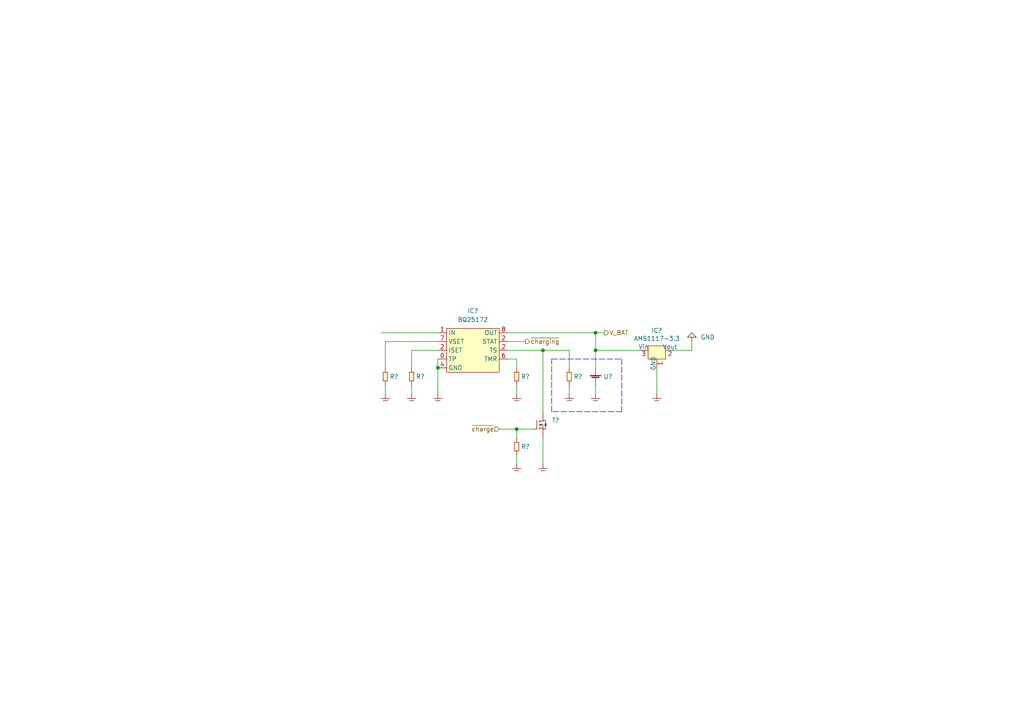
<source format=kicad_sch>
(kicad_sch (version 20211123) (generator eeschema)
  (paper "A4")
  (lib_symbols
    (symbol "FET:AO3400" (pin_numbers hide) (pin_names (offset 1.016) hide)
      (property "Reference" "T" (at 5.08 2.54 0))
      (property "Value" "AO3400" (at 5.08 0 0))
      (symbol "AO3400_0_1"
        (polyline (pts (xy -1.778 0) (xy -1.778 2.54)))
        (polyline (pts (xy -1.016 0.508) (xy -1.016 0)))
        (polyline (pts (xy -1.016 1.016) (xy -1.016 1.524)))
        (polyline (pts (xy -1.016 2.032) (xy -1.016 2.54)))
        (polyline (pts (xy 0 0.254) (xy -1.016 0.254)))
        (polyline (pts (xy 0.508 1.524) (xy 1.016 1.524)))
        (polyline (pts (xy -1.016 1.27) (xy 0 1.27) (xy 0 0)))
        (polyline (pts (xy -1.016 2.286) (xy 0 2.286) (xy 0 2.54)))
        (polyline (pts (xy -0.762 1.27) (xy -0.508 1.524) (xy -0.508 1.016) (xy -0.762 1.27)))
        (polyline (pts (xy 0 0) (xy 0.762 0) (xy 0.762 2.54) (xy 0 2.54)))
        (polyline (pts (xy 0.508 1.016) (xy 0.762 1.524) (xy 1.016 1.016) (xy 0.508 1.016)) (fill (type outline)))
      )
      (symbol "AO3400_1_1"
        (pin input line (at -2.54 0 0) (length 0.762) (name "G") (number "1"))
        (pin power_out line (at 0 -2.54 90) (length 2.54) (name "S") (number "2"))
        (pin power_in line (at 0 5.08 270) (length 2.54) (name "D") (number "3"))
      )
    )
    (symbol "Power:BQ25172"
      (property "Reference" "IC" (at 0 11.43 0))
      (property "Value" "BQ25172" (at 0 8.89 0))
      (symbol "BQ25172_0_1"
        (rectangle (start -7.62 6.35) (end 7.62 -6.35) (fill (type background)))
      )
      (symbol "BQ25172_1_1"
        (pin passive line (at -10.16 -2.54 0) (length 2.54) (name "TP") (number "0"))
        (pin power_in line (at -10.16 5.08 0) (length 2.54) (name "IN") (number "1"))
        (pin input line (at -10.16 0 0) (length 2.54) (name "ISET") (number "2"))
        (pin output line (at 10.16 2.54 180) (length 2.54) (name "STAT") (number "2"))
        (pin input line (at 10.16 0 180) (length 2.54) (name "TS") (number "2"))
        (pin power_out line (at -10.16 -5.08 0) (length 2.54) (name "GND") (number "4"))
        (pin input line (at 10.16 -2.54 180) (length 2.54) (name "TMR") (number "6"))
        (pin input line (at -10.16 2.54 0) (length 2.54) (name "VSET") (number "7"))
        (pin power_out line (at 10.16 5.08 180) (length 2.54) (name "OUT") (number "8"))
      )
    )
    (symbol "generic:3V3" (power) (pin_numbers hide) (pin_names (offset 0) hide)
      (property "Value" "3V3" (at 0 3.81 0))
      (symbol "3V3_0_1"
        (polyline (pts (xy 0 0) (xy 0 1.27) (xy -1.27 1.27) (xy 0 2.54) (xy 1.27 1.27) (xy 0 1.27)))
      )
      (symbol "3V3_1_1"
        (pin power_in line (at 0 0 90) (length 2.54) hide (name "GND") (number "~"))
      )
    )
    (symbol "generic:GND" (power) (pin_numbers hide) (pin_names (offset 0) hide)
      (symbol "GND_0_1"
        (polyline (pts (xy -1.27 -1.27) (xy 1.27 -1.27)))
        (polyline (pts (xy 0 -2.54) (xy 0 -2.54)))
        (polyline (pts (xy 0 -1.27) (xy 0 0)))
        (polyline (pts (xy 0.635 -1.905) (xy -0.635 -1.905)))
      )
      (symbol "GND_1_1"
        (pin power_in line (at 0 0 270) (length 2.54) hide (name "GND") (number "~"))
      )
    )
    (symbol "generic:R" (pin_numbers hide) (pin_names (offset 0) hide)
      (property "Reference" "R" (at 0 1.905 0))
      (symbol "R_0_1"
        (rectangle (start -1.27 0.635) (end 1.27 -0.635) (fill (type background)))
      )
      (symbol "R_1_1"
        (pin bidirectional line (at -2.54 0 0) (length 1.27) (name "~") (number "1"))
        (pin bidirectional line (at 2.54 0 180) (length 1.27) (name "~") (number "2"))
      )
    )
    (symbol "pcb-rescue:AMS1117-3.3-Power" (pin_names (offset 0))
      (property "Reference" "IC" (at 0 6.35 0))
      (property "Value" "AMS1117-3.3-Power" (at 0 3.81 0))
      (symbol "AMS1117-3.3-Power_0_1"
        (rectangle (start -2.54 1.27) (end 2.54 -2.54) (fill (type background)))
      )
      (symbol "AMS1117-3.3-Power_1_1"
        (pin power_in line (at 0 -5.08 90) (length 2.54) (name "GND") (number "1"))
        (pin power_out line (at 5.08 0 180) (length 2.54) (name "Vout") (number "2"))
        (pin power_in line (at -5.08 0 0) (length 2.54) (name "Vin") (number "3"))
      )
    )
    (symbol "pcb-rescue:Battery-generic" (pin_numbers hide) (pin_names (offset 0) hide)
      (property "Reference" "BAT" (at 5.08 0 0))
      (symbol "Battery-generic_0_1"
        (polyline (pts (xy -1.524 0.254) (xy 1.524 0.254)) (stroke (width 0.3048)))
        (polyline (pts (xy 1.016 -0.254) (xy -1.016 -0.254)) (stroke (width 0.3048)))
      )
      (symbol "Battery-generic_1_1"
        (pin power_out line (at 0 2.54 270) (length 2.3114) (name "+") (number "1"))
        (pin power_out line (at 0 -2.54 90) (length 2.3114) (name "-") (number "2"))
      )
    )
    (symbol "pcb-rescue:GND-generic" (power) (pin_numbers hide) (pin_names (offset 0) hide)
      (symbol "GND-generic_0_1"
        (polyline (pts (xy -1.27 -1.27) (xy 1.27 -1.27)))
        (polyline (pts (xy 0 -2.54) (xy 0 -2.54)))
        (polyline (pts (xy 0 -1.27) (xy 0 0)))
        (polyline (pts (xy 0.635 -1.905) (xy -0.635 -1.905)))
      )
      (symbol "GND-generic_1_1"
        (pin power_in line (at 0 0 270) (length 2.54) hide (name "GND") (number "~"))
      )
    )
  )
  (junction (at 127 106.68))
  (junction (at 157.48 101.6))
  (junction (at 149.86 124.46))
  (junction (at 172.72 101.6))
  (junction (at 172.72 96.52))
  (wire (pts (xy 119.38 106.68) (xy 119.38 101.6)))
  (polyline (pts (xy 160.02 119.38) (xy 160.02 104.14)))
  (wire (pts (xy 147.32 99.06) (xy 152.4 99.06)))
  (polyline (pts (xy 180.34 119.38) (xy 160.02 119.38)))
  (polyline (pts (xy 160.02 104.14) (xy 180.34 104.14)))
  (wire (pts (xy 172.72 111.76) (xy 172.72 114.3)))
  (wire (pts (xy 149.86 104.14) (xy 149.86 106.68)))
  (wire (pts (xy 111.76 99.06) (xy 127 99.06)))
  (wire (pts (xy 157.48 101.6) (xy 157.48 119.38)))
  (wire (pts (xy 172.72 101.6) (xy 185.42 101.6)))
  (wire (pts (xy 127 106.68) (xy 127 114.3)))
  (wire (pts (xy 144.78 124.46) (xy 149.86 124.46)))
  (wire (pts (xy 157.48 127) (xy 157.48 134.62)))
  (wire (pts (xy 147.32 101.6) (xy 157.48 101.6)))
  (wire (pts (xy 172.72 101.6) (xy 172.72 96.52)))
  (wire (pts (xy 110.49 96.52) (xy 127 96.52)))
  (wire (pts (xy 119.38 101.6) (xy 127 101.6)))
  (wire (pts (xy 149.86 111.76) (xy 149.86 114.3)))
  (polyline (pts (xy 180.34 104.14) (xy 180.34 119.38)))
  (wire (pts (xy 149.86 127) (xy 149.86 124.46)))
  (wire (pts (xy 172.72 96.52) (xy 175.26 96.52)))
  (wire (pts (xy 165.1 101.6) (xy 165.1 106.68)))
  (wire (pts (xy 190.5 114.3) (xy 190.5 106.68)))
  (wire (pts (xy 127 104.14) (xy 127 106.68)))
  (wire (pts (xy 165.1 111.76) (xy 165.1 114.3)))
  (wire (pts (xy 111.76 111.76) (xy 111.76 114.3)))
  (wire (pts (xy 200.66 101.6) (xy 195.58 101.6)))
  (wire (pts (xy 149.86 124.46) (xy 154.94 124.46)))
  (wire (pts (xy 147.32 96.52) (xy 172.72 96.52)))
  (wire (pts (xy 147.32 104.14) (xy 149.86 104.14)))
  (wire (pts (xy 157.48 101.6) (xy 165.1 101.6)))
  (wire (pts (xy 119.38 111.76) (xy 119.38 114.3)))
  (wire (pts (xy 111.76 99.06) (xy 111.76 106.68)))
  (wire (pts (xy 149.86 132.08) (xy 149.86 134.62)))
  (wire (pts (xy 172.72 106.68) (xy 172.72 101.6)))
  (wire (pts (xy 200.66 99.06) (xy 200.66 101.6)))
  (hierarchical_label "~{charging}" (shape output) (at 152.4 99.06 0))
  (hierarchical_label "V_BAT" (shape output) (at 175.26 96.52 0))
  (hierarchical_label "~{charge}" (shape input) (at 144.78 124.46 180))
  (symbol (lib_id "Power:BQ25172") (at 137.16 101.6 0) (unit 1)
    (property "Reference" "IC?" (at 137.16 90.17 0))
    (property "Value" "BQ25172" (at 137.16 92.71 0))
  )
  (symbol (lib_id "generic:R") (at 149.86 129.54 90) (unit 1)
    (property "Reference" "R?" (at 152.4 129.54 90))
  )
  (symbol (lib_id "generic:GND") (at 149.86 114.3 0) (unit 1)
    (property "Reference" "GND?" (effects hide))
    (property "Value" "GND" (effects hide))
  )
  (symbol (lib_id "generic:R") (at 165.1 109.22 90) (unit 1)
    (property "Reference" "R?" (at 166.37 109.2199 90) (effects (justify right)))
  )
  (symbol (lib_id "generic:GND") (at 157.48 134.62 0) (unit 1)
    (property "Reference" "GND?" (effects hide))
    (property "Value" "GND" (effects hide))
  )
  (symbol (lib_id "generic:GND") (at 165.1 114.3 0) (unit 1)
    (property "Reference" "GND?" (effects hide))
    (property "Value" "GND" (effects hide))
  )
  (symbol (lib_id "FET:AO3400") (at 157.48 124.46 0) (unit 1)
    (property "Reference" "T?" (at 160.02 121.9199 0) (effects (justify left)))
  )
  (symbol (lib_id "generic:GND") (at 119.38 114.3 0) (unit 1)
    (property "Reference" "GND?" (effects hide))
    (property "Value" "GND" (effects hide))
  )
  (symbol (lib_id "generic:GND") (at 149.86 134.62 0) (unit 1)
    (property "Reference" "GND?" (effects hide))
    (property "Value" "GND" (effects hide))
  )
  (symbol (lib_id "pcb-rescue:Battery-generic") (at 172.72 109.22 0) (unit 1)
    (property "Reference" "U?" (at 175.0314 109.22 0) (effects (justify left)))
    (property "Value" "Battery" (effects hide))
    (property "Footprint" "PCB:battery_wires" (effects hide))
  )
  (symbol (lib_id "pcb-rescue:GND-generic") (at 190.5 114.3 0) (unit 1)
    (property "Reference" "GND?" (effects hide))
    (property "Value" "GND" (effects hide))
  )
  (symbol (lib_id "pcb-rescue:GND-generic") (at 172.72 114.3 0) (unit 1)
    (property "Reference" "GND?" (effects hide))
    (property "Value" "GND-generic" (effects hide))
  )
  (symbol (lib_id "generic:R") (at 119.38 109.22 90) (unit 1)
    (property "Reference" "R?" (at 121.92 109.22 90))
  )
  (symbol (lib_id "generic:R") (at 149.86 109.22 90) (unit 1)
    (property "Reference" "R?" (at 152.4 109.22 90))
  )
  (symbol (lib_id "generic:R") (at 111.76 109.22 90) (unit 1)
    (property "Reference" "R?" (at 114.3 109.22 90))
  )
  (symbol (lib_id "pcb-rescue:AMS1117-3.3-Power") (at 190.5 101.6 0) (unit 1)
    (property "Reference" "IC?" (at 190.5 95.885 0))
    (property "Value" "AMS1117-3.3" (at 190.5 98.1964 0))
    (property "Footprint" "SOT:SOT-223" (effects hide))
  )
  (symbol (lib_id "generic:GND") (at 127 114.3 0) (unit 1)
    (property "Reference" "GND?" (effects hide))
    (property "Value" "GND" (effects hide))
  )
  (symbol (lib_id "generic:3V3") (at 200.66 99.06 0) (unit 1)
    (property "Reference" "3V?" (effects hide))
  )
  (symbol (lib_id "generic:GND") (at 111.76 114.3 0) (unit 1)
    (property "Reference" "GND?" (effects hide))
    (property "Value" "GND" (effects hide))
  )
)
</source>
